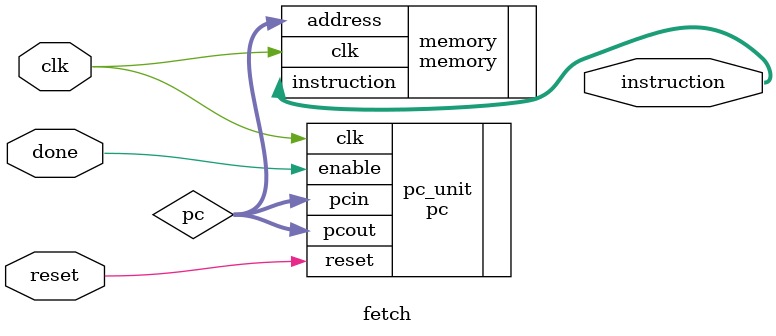
<source format=v>
module fetch (
    input wire clk,
    input wire reset,
    input wire done,            // Indicates instruction execution completion
    output wire [15:0] instruction
);
    wire [7:0] pc;

    pc pc_unit (
	.pcin(pc),
        .clk(clk),
        .reset(reset),
        .enable(done),
        .pcout(pc)
    );

    memory memory (
	.clk(clk),
        .address(pc),
        .instruction(instruction)
    );
endmodule

</source>
